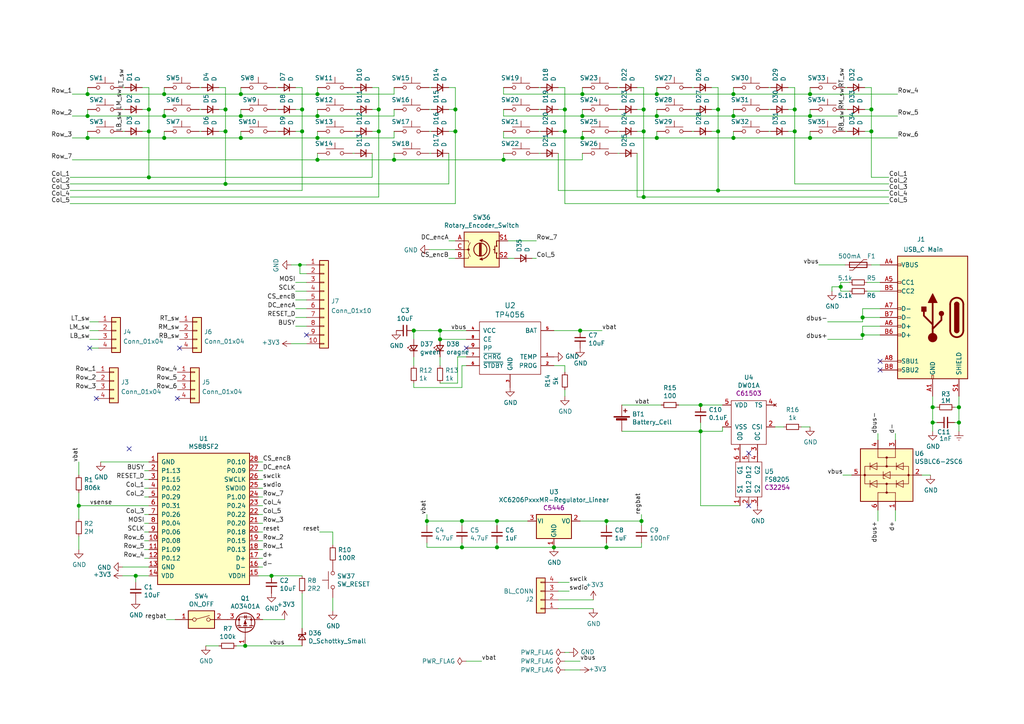
<source format=kicad_sch>
(kicad_sch (version 20210621) (generator eeschema)
  (paper "A4")
  (title_block (title "3W6Uni") (date "2021-03-18") (rev "v1.0") (comment 1 "Licensed under CERN-OHL-P v2") (comment 2 "(c) weteor") (comment 3 "2021"))
  (junction (at 22.86 146.685) (diameter 1.016))
  (junction (at 25.4 27.305) (diameter 1.016))
  (junction (at 25.4 33.655) (diameter 1.016))
  (junction (at 25.4 40.005) (diameter 1.016))
  (junction (at 39.37 167.005) (diameter 1.016))
  (junction (at 43.18 31.75) (diameter 1.016))
  (junction (at 43.18 38.1) (diameter 1.016))
  (junction (at 43.18 51.435) (diameter 1.016))
  (junction (at 47.625 27.305) (diameter 1.016))
  (junction (at 47.625 33.655) (diameter 1.016))
  (junction (at 47.625 40.005) (diameter 1.016))
  (junction (at 65.405 31.75) (diameter 1.016))
  (junction (at 65.405 38.1) (diameter 1.016))
  (junction (at 65.405 53.34) (diameter 1.016))
  (junction (at 69.85 27.305) (diameter 1.016))
  (junction (at 69.85 33.655) (diameter 1.016))
  (junction (at 69.85 40.005) (diameter 1.016))
  (junction (at 71.12 187.325) (diameter 1.016))
  (junction (at 78.74 167.005) (diameter 1.016))
  (junction (at 86.995 76.835))
  (junction (at 87.63 31.75) (diameter 1.016))
  (junction (at 87.63 38.1) (diameter 1.016))
  (junction (at 92.075 27.305) (diameter 1.016))
  (junction (at 92.075 33.655) (diameter 1.016))
  (junction (at 92.075 40.005) (diameter 1.016))
  (junction (at 92.075 46.355) (diameter 1.016))
  (junction (at 109.855 31.75) (diameter 1.016))
  (junction (at 109.855 38.1) (diameter 1.016))
  (junction (at 114.3 46.355) (diameter 1.016))
  (junction (at 120.015 95.885) (diameter 1.016))
  (junction (at 123.825 151.13) (diameter 1.016))
  (junction (at 127.635 95.885) (diameter 1.016))
  (junction (at 127.635 98.425) (diameter 1.016))
  (junction (at 132.08 31.75) (diameter 1.016))
  (junction (at 132.08 38.1) (diameter 1.016))
  (junction (at 133.985 151.13) (diameter 1.016))
  (junction (at 133.985 158.75) (diameter 1.016))
  (junction (at 144.145 151.13) (diameter 1.016))
  (junction (at 144.145 158.75) (diameter 1.016))
  (junction (at 146.05 46.355) (diameter 1.016))
  (junction (at 160.655 158.75) (diameter 1.016))
  (junction (at 163.83 31.75) (diameter 1.016))
  (junction (at 163.83 38.1) (diameter 1.016))
  (junction (at 168.275 95.885) (diameter 1.016))
  (junction (at 168.91 27.305) (diameter 1.016))
  (junction (at 168.91 33.655) (diameter 1.016))
  (junction (at 168.91 40.005) (diameter 1.016))
  (junction (at 175.895 151.13) (diameter 1.016))
  (junction (at 175.895 158.75) (diameter 1.016))
  (junction (at 186.055 151.13) (diameter 1.016))
  (junction (at 186.69 31.75) (diameter 1.016))
  (junction (at 186.69 38.1) (diameter 1.016))
  (junction (at 186.69 57.15) (diameter 1.016))
  (junction (at 190.5 27.305) (diameter 1.016))
  (junction (at 190.5 33.655) (diameter 1.016))
  (junction (at 190.5 40.005) (diameter 1.016))
  (junction (at 203.2 117.475) (diameter 1.016))
  (junction (at 203.2 125.095) (diameter 1.016))
  (junction (at 208.28 31.75) (diameter 1.016))
  (junction (at 208.28 38.1) (diameter 1.016))
  (junction (at 208.28 55.245) (diameter 1.016))
  (junction (at 212.725 27.305) (diameter 1.016))
  (junction (at 212.725 33.655) (diameter 1.016))
  (junction (at 212.725 40.005) (diameter 1.016))
  (junction (at 230.505 31.75) (diameter 1.016))
  (junction (at 230.505 38.1) (diameter 1.016))
  (junction (at 234.95 27.305) (diameter 1.016))
  (junction (at 234.95 33.655) (diameter 1.016))
  (junction (at 234.95 40.005) (diameter 1.016))
  (junction (at 243.84 83.185) (diameter 1.016))
  (junction (at 250.19 92.075) (diameter 1.016))
  (junction (at 250.19 97.155) (diameter 1.016))
  (junction (at 252.73 31.75) (diameter 1.016))
  (junction (at 252.73 38.1) (diameter 1.016))
  (junction (at 270.51 118.11) (diameter 1.016))
  (junction (at 270.51 122.555) (diameter 1.016))
  (junction (at 278.13 118.11) (diameter 1.016))
  (junction (at 278.13 122.555) (diameter 1.016))
  (no_connect (at 26.035 100.965))
  (no_connect (at 27.94 115.57))
  (no_connect (at 37.465 130.175))
  (no_connect (at 51.435 115.57))
  (no_connect (at 52.07 100.965))
  (no_connect (at 88.9 97.155))
  (no_connect (at 135.255 100.965))
  (no_connect (at 217.17 131.445))
  (no_connect (at 217.17 146.685))
  (no_connect (at 255.27 104.775))
  (no_connect (at 255.27 107.315))
  (wire (pts (xy 20.32 51.435) (xy 43.18 51.435)))
  (wire (pts (xy 20.32 53.34) (xy 65.405 53.34)))
  (wire (pts (xy 20.32 55.245) (xy 87.63 55.245)))
  (wire (pts (xy 20.32 57.15) (xy 109.855 57.15)))
  (wire (pts (xy 20.32 59.055) (xy 132.08 59.055)))
  (wire (pts (xy 20.955 27.305) (xy 25.4 27.305)))
  (wire (pts (xy 20.955 33.655) (xy 25.4 33.655)))
  (wire (pts (xy 20.955 40.005) (xy 25.4 40.005)))
  (wire (pts (xy 20.955 46.355) (xy 92.075 46.355)))
  (wire (pts (xy 22.86 133.985) (xy 22.86 137.795)))
  (wire (pts (xy 22.86 142.875) (xy 22.86 146.685)))
  (wire (pts (xy 22.86 146.685) (xy 43.18 146.685)))
  (wire (pts (xy 22.86 150.495) (xy 22.86 146.685)))
  (wire (pts (xy 22.86 159.385) (xy 22.86 155.575)))
  (wire (pts (xy 25.4 25.4) (xy 25.4 27.305)))
  (wire (pts (xy 25.4 27.305) (xy 47.625 27.305)))
  (wire (pts (xy 25.4 33.655) (xy 25.4 31.75)))
  (wire (pts (xy 25.4 33.655) (xy 47.625 33.655)))
  (wire (pts (xy 25.4 38.1) (xy 25.4 40.005)))
  (wire (pts (xy 25.4 40.005) (xy 47.625 40.005)))
  (wire (pts (xy 26.035 93.345) (xy 28.575 93.345)))
  (wire (pts (xy 26.035 95.885) (xy 28.575 95.885)))
  (wire (pts (xy 26.035 98.425) (xy 28.575 98.425)))
  (wire (pts (xy 26.035 100.965) (xy 28.575 100.965)))
  (wire (pts (xy 29.21 133.985) (xy 43.18 133.985)))
  (wire (pts (xy 35.56 25.4) (xy 36.195 25.4)))
  (wire (pts (xy 35.56 31.75) (xy 36.195 31.75)))
  (wire (pts (xy 35.56 38.1) (xy 36.195 38.1)))
  (wire (pts (xy 35.56 164.465) (xy 43.18 164.465)))
  (wire (pts (xy 35.56 167.005) (xy 39.37 167.005)))
  (wire (pts (xy 39.37 167.005) (xy 43.18 167.005)))
  (wire (pts (xy 39.37 168.91) (xy 39.37 167.005)))
  (wire (pts (xy 41.275 25.4) (xy 43.18 25.4)))
  (wire (pts (xy 41.275 31.75) (xy 43.18 31.75)))
  (wire (pts (xy 41.275 38.1) (xy 43.18 38.1)))
  (wire (pts (xy 41.91 136.525) (xy 43.18 136.525)))
  (wire (pts (xy 41.91 139.065) (xy 43.18 139.065)))
  (wire (pts (xy 41.91 141.605) (xy 43.18 141.605)))
  (wire (pts (xy 41.91 144.145) (xy 43.18 144.145)))
  (wire (pts (xy 41.91 149.225) (xy 43.18 149.225)))
  (wire (pts (xy 41.91 151.765) (xy 43.18 151.765)))
  (wire (pts (xy 41.91 154.305) (xy 43.18 154.305)))
  (wire (pts (xy 41.91 156.845) (xy 43.18 156.845)))
  (wire (pts (xy 41.91 159.385) (xy 43.18 159.385)))
  (wire (pts (xy 41.91 161.925) (xy 43.18 161.925)))
  (wire (pts (xy 43.18 25.4) (xy 43.18 31.75)))
  (wire (pts (xy 43.18 31.75) (xy 43.18 38.1)))
  (wire (pts (xy 43.18 38.1) (xy 43.18 51.435)))
  (wire (pts (xy 47.625 25.4) (xy 47.625 27.305)))
  (wire (pts (xy 47.625 27.305) (xy 69.85 27.305)))
  (wire (pts (xy 47.625 33.655) (xy 47.625 31.75)))
  (wire (pts (xy 47.625 33.655) (xy 69.85 33.655)))
  (wire (pts (xy 47.625 40.005) (xy 47.625 38.1)))
  (wire (pts (xy 47.625 40.005) (xy 69.85 40.005)))
  (wire (pts (xy 48.26 179.705) (xy 50.8 179.705)))
  (wire (pts (xy 57.785 25.4) (xy 58.42 25.4)))
  (wire (pts (xy 57.785 31.75) (xy 58.42 31.75)))
  (wire (pts (xy 57.785 38.1) (xy 58.42 38.1)))
  (wire (pts (xy 59.69 187.325) (xy 63.5 187.325)))
  (wire (pts (xy 63.5 25.4) (xy 65.405 25.4)))
  (wire (pts (xy 63.5 31.75) (xy 65.405 31.75)))
  (wire (pts (xy 63.5 38.1) (xy 65.405 38.1)))
  (wire (pts (xy 65.405 25.4) (xy 65.405 31.75)))
  (wire (pts (xy 65.405 31.75) (xy 65.405 38.1)))
  (wire (pts (xy 65.405 38.1) (xy 65.405 53.34)))
  (wire (pts (xy 68.58 187.325) (xy 71.12 187.325)))
  (wire (pts (xy 69.85 27.305) (xy 69.85 25.4)))
  (wire (pts (xy 69.85 27.305) (xy 92.075 27.305)))
  (wire (pts (xy 69.85 33.655) (xy 69.85 31.75)))
  (wire (pts (xy 69.85 33.655) (xy 92.075 33.655)))
  (wire (pts (xy 69.85 40.005) (xy 69.85 38.1)))
  (wire (pts (xy 69.85 40.005) (xy 92.075 40.005)))
  (wire (pts (xy 71.12 187.325) (xy 87.63 187.325)))
  (wire (pts (xy 74.93 133.985) (xy 76.2 133.985)))
  (wire (pts (xy 74.93 136.525) (xy 76.2 136.525)))
  (wire (pts (xy 74.93 139.065) (xy 76.2 139.065)))
  (wire (pts (xy 74.93 141.605) (xy 76.2 141.605)))
  (wire (pts (xy 74.93 144.145) (xy 76.2 144.145)))
  (wire (pts (xy 74.93 146.685) (xy 76.2 146.685)))
  (wire (pts (xy 74.93 149.225) (xy 76.2 149.225)))
  (wire (pts (xy 74.93 151.765) (xy 76.2 151.765)))
  (wire (pts (xy 74.93 154.305) (xy 76.2 154.305)))
  (wire (pts (xy 74.93 156.845) (xy 76.2 156.845)))
  (wire (pts (xy 74.93 159.385) (xy 76.2 159.385)))
  (wire (pts (xy 74.93 161.925) (xy 76.2 161.925)))
  (wire (pts (xy 74.93 164.465) (xy 76.2 164.465)))
  (wire (pts (xy 74.93 167.005) (xy 78.74 167.005)))
  (wire (pts (xy 76.2 179.705) (xy 82.55 179.705)))
  (wire (pts (xy 78.74 167.005) (xy 87.63 167.005)))
  (wire (pts (xy 80.01 31.75) (xy 80.645 31.75)))
  (wire (pts (xy 80.01 38.1) (xy 80.645 38.1)))
  (wire (pts (xy 80.645 25.4) (xy 80.01 25.4)))
  (wire (pts (xy 84.455 76.835) (xy 86.995 76.835)))
  (wire (pts (xy 84.455 99.695) (xy 88.9 99.695)))
  (wire (pts (xy 85.725 25.4) (xy 87.63 25.4)))
  (wire (pts (xy 85.725 31.75) (xy 87.63 31.75)))
  (wire (pts (xy 85.725 38.1) (xy 87.63 38.1)))
  (wire (pts (xy 85.725 81.915) (xy 88.9 81.915)))
  (wire (pts (xy 85.725 84.455) (xy 88.9 84.455)))
  (wire (pts (xy 85.725 86.995) (xy 88.9 86.995)))
  (wire (pts (xy 85.725 89.535) (xy 88.9 89.535)))
  (wire (pts (xy 85.725 92.075) (xy 88.9 92.075)))
  (wire (pts (xy 85.725 94.615) (xy 88.9 94.615)))
  (wire (pts (xy 86.995 76.835) (xy 88.9 76.835)))
  (wire (pts (xy 86.995 79.375) (xy 86.995 76.835)))
  (wire (pts (xy 87.63 25.4) (xy 87.63 31.75)))
  (wire (pts (xy 87.63 31.75) (xy 87.63 38.1)))
  (wire (pts (xy 87.63 38.1) (xy 87.63 55.245)))
  (wire (pts (xy 87.63 172.085) (xy 87.63 182.245)))
  (wire (pts (xy 88.9 79.375) (xy 86.995 79.375)))
  (wire (pts (xy 92.075 27.305) (xy 92.075 25.4)))
  (wire (pts (xy 92.075 27.305) (xy 114.3 27.305)))
  (wire (pts (xy 92.075 33.655) (xy 92.075 31.75)))
  (wire (pts (xy 92.075 33.655) (xy 114.3 33.655)))
  (wire (pts (xy 92.075 40.005) (xy 92.075 38.1)))
  (wire (pts (xy 92.075 40.005) (xy 114.3 40.005)))
  (wire (pts (xy 92.075 46.355) (xy 92.075 44.45)))
  (wire (pts (xy 92.075 46.355) (xy 114.3 46.355)))
  (wire (pts (xy 92.71 154.305) (xy 96.52 154.305)))
  (wire (pts (xy 96.52 154.305) (xy 96.52 158.115)))
  (wire (pts (xy 96.52 173.355) (xy 96.52 177.165)))
  (wire (pts (xy 102.235 31.75) (xy 102.87 31.75)))
  (wire (pts (xy 102.235 38.1) (xy 102.87 38.1)))
  (wire (pts (xy 102.235 44.45) (xy 102.87 44.45)))
  (wire (pts (xy 102.87 25.4) (xy 102.235 25.4)))
  (wire (pts (xy 107.95 25.4) (xy 109.855 25.4)))
  (wire (pts (xy 107.95 31.75) (xy 109.855 31.75)))
  (wire (pts (xy 107.95 38.1) (xy 109.855 38.1)))
  (wire (pts (xy 107.95 44.45) (xy 107.95 51.435)))
  (wire (pts (xy 107.95 51.435) (xy 43.18 51.435)))
  (wire (pts (xy 109.855 25.4) (xy 109.855 31.75)))
  (wire (pts (xy 109.855 31.75) (xy 109.855 38.1)))
  (wire (pts (xy 109.855 38.1) (xy 109.855 57.15)))
  (wire (pts (xy 114.3 27.305) (xy 114.3 25.4)))
  (wire (pts (xy 114.3 33.655) (xy 114.3 31.75)))
  (wire (pts (xy 114.3 40.005) (xy 114.3 38.1)))
  (wire (pts (xy 114.3 44.45) (xy 114.3 46.355)))
  (wire (pts (xy 114.3 46.355) (xy 146.05 46.355)))
  (wire (pts (xy 120.015 95.885) (xy 120.015 98.425)))
  (wire (pts (xy 120.015 95.885) (xy 127.635 95.885)))
  (wire (pts (xy 120.015 103.505) (xy 120.015 106.045)))
  (wire (pts (xy 120.015 111.125) (xy 120.015 112.395)))
  (wire (pts (xy 120.015 112.395) (xy 133.985 112.395)))
  (wire (pts (xy 123.825 149.225) (xy 123.825 151.13)))
  (wire (pts (xy 123.825 151.13) (xy 123.825 152.4)))
  (wire (pts (xy 123.825 157.48) (xy 123.825 158.75)))
  (wire (pts (xy 123.825 158.75) (xy 133.985 158.75)))
  (wire (pts (xy 124.46 38.1) (xy 125.095 38.1)))
  (wire (pts (xy 124.46 44.45) (xy 125.095 44.45)))
  (wire (pts (xy 125.095 25.4) (xy 124.46 25.4)))
  (wire (pts (xy 125.095 31.75) (xy 124.46 31.75)))
  (wire (pts (xy 127.635 95.885) (xy 127.635 98.425)))
  (wire (pts (xy 127.635 95.885) (xy 135.255 95.885)))
  (wire (pts (xy 127.635 103.505) (xy 127.635 106.045)))
  (wire (pts (xy 127.635 111.125) (xy 132.715 111.125)))
  (wire (pts (xy 130.175 25.4) (xy 132.08 25.4)))
  (wire (pts (xy 130.175 31.75) (xy 132.08 31.75)))
  (wire (pts (xy 130.175 38.1) (xy 132.08 38.1)))
  (wire (pts (xy 130.175 44.45) (xy 130.175 53.34)))
  (wire (pts (xy 130.175 53.34) (xy 65.405 53.34)))
  (wire (pts (xy 132.08 25.4) (xy 132.08 31.75)))
  (wire (pts (xy 132.08 31.75) (xy 132.08 38.1)))
  (wire (pts (xy 132.08 38.1) (xy 132.08 59.055)))
  (wire (pts (xy 132.08 69.85) (xy 130.175 69.85)))
  (wire (pts (xy 132.08 72.39) (xy 124.46 72.39)))
  (wire (pts (xy 132.08 74.93) (xy 130.175 74.93)))
  (wire (pts (xy 132.715 103.505) (xy 135.255 103.505)))
  (wire (pts (xy 132.715 111.125) (xy 132.715 103.505)))
  (wire (pts (xy 133.985 106.045) (xy 135.255 106.045)))
  (wire (pts (xy 133.985 112.395) (xy 133.985 106.045)))
  (wire (pts (xy 133.985 151.13) (xy 123.825 151.13)))
  (wire (pts (xy 133.985 151.13) (xy 144.145 151.13)))
  (wire (pts (xy 133.985 152.4) (xy 133.985 151.13)))
  (wire (pts (xy 133.985 157.48) (xy 133.985 158.75)))
  (wire (pts (xy 133.985 158.75) (xy 144.145 158.75)))
  (wire (pts (xy 135.255 98.425) (xy 127.635 98.425)))
  (wire (pts (xy 135.255 191.77) (xy 139.7 191.77)))
  (wire (pts (xy 144.145 151.13) (xy 153.035 151.13)))
  (wire (pts (xy 144.145 152.4) (xy 144.145 151.13)))
  (wire (pts (xy 144.145 157.48) (xy 144.145 158.75)))
  (wire (pts (xy 144.145 158.75) (xy 160.655 158.75)))
  (wire (pts (xy 146.05 27.305) (xy 146.05 25.4)))
  (wire (pts (xy 146.05 33.655) (xy 146.05 31.75)))
  (wire (pts (xy 146.05 40.005) (xy 146.05 38.1)))
  (wire (pts (xy 146.05 46.355) (xy 146.05 44.45)))
  (wire (pts (xy 146.05 46.355) (xy 168.91 46.355)))
  (wire (pts (xy 147.32 69.85) (xy 155.575 69.85)))
  (wire (pts (xy 147.32 74.93) (xy 149.225 74.93)))
  (wire (pts (xy 154.305 74.93) (xy 155.575 74.93)))
  (wire (pts (xy 156.21 25.4) (xy 156.845 25.4)))
  (wire (pts (xy 156.21 31.75) (xy 156.845 31.75)))
  (wire (pts (xy 156.21 38.1) (xy 156.845 38.1)))
  (wire (pts (xy 156.845 44.45) (xy 156.21 44.45)))
  (wire (pts (xy 160.655 95.885) (xy 168.275 95.885)))
  (wire (pts (xy 160.655 106.045) (xy 163.83 106.045)))
  (wire (pts (xy 161.925 25.4) (xy 163.83 25.4)))
  (wire (pts (xy 161.925 31.75) (xy 163.83 31.75)))
  (wire (pts (xy 161.925 38.1) (xy 163.83 38.1)))
  (wire (pts (xy 161.925 44.45) (xy 161.925 55.245)))
  (wire (pts (xy 161.925 55.245) (xy 208.28 55.245)))
  (wire (pts (xy 161.925 168.91) (xy 165.1 168.91)))
  (wire (pts (xy 161.925 171.45) (xy 165.1 171.45)))
  (wire (pts (xy 161.925 173.99) (xy 172.085 173.99)))
  (wire (pts (xy 161.925 176.53) (xy 172.085 176.53)))
  (wire (pts (xy 163.83 25.4) (xy 163.83 31.75)))
  (wire (pts (xy 163.83 31.75) (xy 163.83 38.1)))
  (wire (pts (xy 163.83 38.1) (xy 163.83 59.055)))
  (wire (pts (xy 163.83 59.055) (xy 257.81 59.055)))
  (wire (pts (xy 163.83 106.045) (xy 163.83 107.95)))
  (wire (pts (xy 163.83 113.03) (xy 163.83 114.935)))
  (wire (pts (xy 163.83 189.23) (xy 165.1 189.23)))
  (wire (pts (xy 163.83 191.77) (xy 168.275 191.77)))
  (wire (pts (xy 163.83 194.31) (xy 168.275 194.31)))
  (wire (pts (xy 168.275 95.885) (xy 174.625 95.885)))
  (wire (pts (xy 168.275 151.13) (xy 175.895 151.13)))
  (wire (pts (xy 168.91 27.305) (xy 146.05 27.305)))
  (wire (pts (xy 168.91 27.305) (xy 168.91 25.4)))
  (wire (pts (xy 168.91 33.655) (xy 146.05 33.655)))
  (wire (pts (xy 168.91 33.655) (xy 168.91 31.75)))
  (wire (pts (xy 168.91 40.005) (xy 146.05 40.005)))
  (wire (pts (xy 168.91 40.005) (xy 168.91 38.1)))
  (wire (pts (xy 168.91 46.355) (xy 168.91 44.45)))
  (wire (pts (xy 175.895 151.13) (xy 186.055 151.13)))
  (wire (pts (xy 175.895 152.4) (xy 175.895 151.13)))
  (wire (pts (xy 175.895 157.48) (xy 175.895 158.75)))
  (wire (pts (xy 175.895 158.75) (xy 160.655 158.75)))
  (wire (pts (xy 175.895 158.75) (xy 186.055 158.75)))
  (wire (pts (xy 179.07 31.75) (xy 179.705 31.75)))
  (wire (pts (xy 179.07 38.1) (xy 179.705 38.1)))
  (wire (pts (xy 179.07 44.45) (xy 179.705 44.45)))
  (wire (pts (xy 179.705 25.4) (xy 179.07 25.4)))
  (wire (pts (xy 180.34 117.475) (xy 191.77 117.475)))
  (wire (pts (xy 180.34 125.095) (xy 203.2 125.095)))
  (wire (pts (xy 184.785 25.4) (xy 186.69 25.4)))
  (wire (pts (xy 184.785 31.75) (xy 186.69 31.75)))
  (wire (pts (xy 184.785 38.1) (xy 186.69 38.1)))
  (wire (pts (xy 184.785 44.45) (xy 184.785 57.15)))
  (wire (pts (xy 184.785 57.15) (xy 186.69 57.15)))
  (wire (pts (xy 186.055 149.225) (xy 186.055 151.13)))
  (wire (pts (xy 186.055 151.13) (xy 186.055 152.4)))
  (wire (pts (xy 186.055 158.75) (xy 186.055 157.48)))
  (wire (pts (xy 186.69 25.4) (xy 186.69 31.75)))
  (wire (pts (xy 186.69 31.75) (xy 186.69 38.1)))
  (wire (pts (xy 186.69 38.1) (xy 186.69 57.15)))
  (wire (pts (xy 186.69 57.15) (xy 257.81 57.15)))
  (wire (pts (xy 190.5 27.305) (xy 168.91 27.305)))
  (wire (pts (xy 190.5 27.305) (xy 190.5 25.4)))
  (wire (pts (xy 190.5 33.655) (xy 168.91 33.655)))
  (wire (pts (xy 190.5 33.655) (xy 190.5 31.75)))
  (wire (pts (xy 190.5 40.005) (xy 168.91 40.005)))
  (wire (pts (xy 190.5 40.005) (xy 190.5 38.1)))
  (wire (pts (xy 196.85 117.475) (xy 203.2 117.475)))
  (wire (pts (xy 200.66 31.75) (xy 201.295 31.75)))
  (wire (pts (xy 200.66 38.1) (xy 201.295 38.1)))
  (wire (pts (xy 201.295 25.4) (xy 200.66 25.4)))
  (wire (pts (xy 203.2 117.475) (xy 209.55 117.475)))
  (wire (pts (xy 203.2 122.555) (xy 203.2 125.095)))
  (wire (pts (xy 203.2 125.095) (xy 203.2 146.685)))
  (wire (pts (xy 203.2 125.095) (xy 209.55 125.095)))
  (wire (pts (xy 203.2 146.685) (xy 214.63 146.685)))
  (wire (pts (xy 206.375 25.4) (xy 208.28 25.4)))
  (wire (pts (xy 206.375 31.75) (xy 208.28 31.75)))
  (wire (pts (xy 206.375 38.1) (xy 208.28 38.1)))
  (wire (pts (xy 208.28 25.4) (xy 208.28 31.75)))
  (wire (pts (xy 208.28 31.75) (xy 208.28 38.1)))
  (wire (pts (xy 208.28 38.1) (xy 208.28 55.245)))
  (wire (pts (xy 208.28 55.245) (xy 257.81 55.245)))
  (wire (pts (xy 209.55 125.095) (xy 209.55 123.825)))
  (wire (pts (xy 212.725 27.305) (xy 190.5 27.305)))
  (wire (pts (xy 212.725 27.305) (xy 212.725 25.4)))
  (wire (pts (xy 212.725 33.655) (xy 190.5 33.655)))
  (wire (pts (xy 212.725 33.655) (xy 212.725 31.75)))
  (wire (pts (xy 212.725 40.005) (xy 190.5 40.005)))
  (wire (pts (xy 212.725 40.005) (xy 212.725 38.1)))
  (wire (pts (xy 222.885 31.75) (xy 223.52 31.75)))
  (wire (pts (xy 222.885 38.1) (xy 223.52 38.1)))
  (wire (pts (xy 223.52 25.4) (xy 222.885 25.4)))
  (wire (pts (xy 224.79 123.825) (xy 227.33 123.825)))
  (wire (pts (xy 228.6 25.4) (xy 230.505 25.4)))
  (wire (pts (xy 228.6 31.75) (xy 230.505 31.75)))
  (wire (pts (xy 228.6 38.1) (xy 230.505 38.1)))
  (wire (pts (xy 230.505 25.4) (xy 230.505 31.75)))
  (wire (pts (xy 230.505 31.75) (xy 230.505 38.1)))
  (wire (pts (xy 230.505 38.1) (xy 230.505 53.34)))
  (wire (pts (xy 230.505 53.34) (xy 257.81 53.34)))
  (wire (pts (xy 232.41 123.825) (xy 234.95 123.825)))
  (wire (pts (xy 234.95 27.305) (xy 212.725 27.305)))
  (wire (pts (xy 234.95 27.305) (xy 234.95 25.4)))
  (wire (pts (xy 234.95 33.655) (xy 212.725 33.655)))
  (wire (pts (xy 234.95 33.655) (xy 234.95 31.75)))
  (wire (pts (xy 234.95 40.005) (xy 212.725 40.005)))
  (wire (pts (xy 234.95 40.005) (xy 234.95 38.1)))
  (wire (pts (xy 240.03 93.345) (xy 250.19 93.345)))
  (wire (pts (xy 240.03 98.425) (xy 250.19 98.425)))
  (wire (pts (xy 241.3 83.185) (xy 241.3 84.455)))
  (wire (pts (xy 243.84 81.915) (xy 243.84 83.185)))
  (wire (pts (xy 243.84 83.185) (xy 241.3 83.185)))
  (wire (pts (xy 243.84 83.185) (xy 243.84 84.455)))
  (wire (pts (xy 243.84 84.455) (xy 246.38 84.455)))
  (wire (pts (xy 244.475 137.795) (xy 247.015 137.795)))
  (wire (pts (xy 245.11 31.75) (xy 245.745 31.75)))
  (wire (pts (xy 245.11 38.1) (xy 245.745 38.1)))
  (wire (pts (xy 245.11 76.835) (xy 237.49 76.835)))
  (wire (pts (xy 245.745 25.4) (xy 245.11 25.4)))
  (wire (pts (xy 246.38 81.915) (xy 243.84 81.915)))
  (wire (pts (xy 250.19 89.535) (xy 250.19 92.075)))
  (wire (pts (xy 250.19 92.075) (xy 250.19 93.345)))
  (wire (pts (xy 250.19 92.075) (xy 255.27 92.075)))
  (wire (pts (xy 250.19 94.615) (xy 250.19 97.155)))
  (wire (pts (xy 250.19 97.155) (xy 250.19 98.425)))
  (wire (pts (xy 250.19 97.155) (xy 255.27 97.155)))
  (wire (pts (xy 250.825 25.4) (xy 252.73 25.4)))
  (wire (pts (xy 250.825 31.75) (xy 252.73 31.75)))
  (wire (pts (xy 250.825 38.1) (xy 252.73 38.1)))
  (wire (pts (xy 251.46 84.455) (xy 255.27 84.455)))
  (wire (pts (xy 252.73 25.4) (xy 252.73 31.75)))
  (wire (pts (xy 252.73 31.75) (xy 252.73 38.1)))
  (wire (pts (xy 252.73 38.1) (xy 252.73 51.435)))
  (wire (pts (xy 252.73 51.435) (xy 257.81 51.435)))
  (wire (pts (xy 252.73 76.835) (xy 255.27 76.835)))
  (wire (pts (xy 254.635 125.73) (xy 254.635 127.635)))
  (wire (pts (xy 254.635 147.955) (xy 254.635 151.13)))
  (wire (pts (xy 255.27 81.915) (xy 251.46 81.915)))
  (wire (pts (xy 255.27 89.535) (xy 250.19 89.535)))
  (wire (pts (xy 255.27 94.615) (xy 250.19 94.615)))
  (wire (pts (xy 259.715 125.73) (xy 259.715 127.635)))
  (wire (pts (xy 259.715 147.955) (xy 259.715 151.13)))
  (wire (pts (xy 260.35 27.305) (xy 234.95 27.305)))
  (wire (pts (xy 260.35 33.655) (xy 234.95 33.655)))
  (wire (pts (xy 260.35 40.005) (xy 234.95 40.005)))
  (wire (pts (xy 267.335 137.795) (xy 269.875 137.795)))
  (wire (pts (xy 270.51 118.11) (xy 270.51 114.935)))
  (wire (pts (xy 270.51 118.11) (xy 270.51 122.555)))
  (wire (pts (xy 270.51 122.555) (xy 270.51 125.095)))
  (wire (pts (xy 270.51 122.555) (xy 271.78 122.555)))
  (wire (pts (xy 271.78 118.11) (xy 270.51 118.11)))
  (wire (pts (xy 278.13 114.935) (xy 278.13 118.11)))
  (wire (pts (xy 278.13 118.11) (xy 276.86 118.11)))
  (wire (pts (xy 278.13 118.11) (xy 278.13 122.555)))
  (wire (pts (xy 278.13 122.555) (xy 276.86 122.555)))
  (wire (pts (xy 278.13 122.555) (xy 278.13 125.095)))
  (label "Col_1" (at 20.32 51.435 180))
  (label "Col_2" (at 20.32 53.34 180))
  (label "Col_3" (at 20.32 55.245 180))
  (label "Col_4" (at 20.32 57.15 180))
  (label "Col_5" (at 20.32 59.055 180))
  (label "Row_1" (at 20.955 27.305 180))
  (label "Row_2" (at 20.955 33.655 180))
  (label "Row_3" (at 20.955 40.005 180))
  (label "Row_7" (at 20.955 46.355 180))
  (label "vbat" (at 22.86 133.985 90))
  (label "LT_sw" (at 26.035 93.345 180))
  (label "LM_sw" (at 26.035 95.885 180))
  (label "LB_sw" (at 26.035 98.425 180))
  (label "vsense" (at 26.035 146.685 0))
  (label "Row_1" (at 27.94 107.95 180))
  (label "Row_2" (at 27.94 110.49 180))
  (label "Row_3" (at 27.94 113.03 180))
  (label "LM_sw" (at 35.56 31.75 90))
  (label "LB_sw" (at 35.56 38.1 90))
  (label "LT_sw" (at 36.195 25.4 90))
  (label "BUSY" (at 41.91 136.525 180))
  (label "RESET_D" (at 41.91 139.065 180))
  (label "Col_1" (at 41.91 141.605 180))
  (label "Col_2" (at 41.91 144.145 180))
  (label "Col_3" (at 41.91 149.225 180))
  (label "MOSI" (at 41.91 151.765 180))
  (label "SCLK" (at 41.91 154.305 180))
  (label "Row_6" (at 41.91 156.845 180))
  (label "Row_5" (at 41.91 159.385 180))
  (label "Row_4" (at 41.91 161.925 180))
  (label "regbat" (at 48.26 179.705 180))
  (label "Row_4" (at 51.435 107.95 180))
  (label "Row_5" (at 51.435 110.49 180))
  (label "Row_6" (at 51.435 113.03 180))
  (label "RT_sw" (at 52.07 93.345 180))
  (label "RM_sw" (at 52.07 95.885 180))
  (label "RB_sw" (at 52.07 98.425 180))
  (label "CS_encB" (at 76.2 133.985 0))
  (label "DC_encA" (at 76.2 136.525 0))
  (label "swclk" (at 76.2 139.065 0))
  (label "swdio" (at 76.2 141.605 0))
  (label "Row_7" (at 76.2 144.145 0))
  (label "Col_4" (at 76.2 146.685 0))
  (label "Col_5" (at 76.2 149.225 0))
  (label "Row_3" (at 76.2 151.765 0))
  (label "reset" (at 76.2 154.305 0))
  (label "Row_2" (at 76.2 156.845 0))
  (label "Row_1" (at 76.2 159.385 0))
  (label "d+" (at 76.2 161.925 0))
  (label "d-" (at 76.2 164.465 0))
  (label "vbus" (at 78.105 187.325 0))
  (label "MOSI" (at 85.725 81.915 180))
  (label "SCLK" (at 85.725 84.455 180))
  (label "CS_encB" (at 85.725 86.995 180))
  (label "DC_encA" (at 85.725 89.535 180))
  (label "RESET_D" (at 85.725 92.075 180))
  (label "BUSY" (at 85.725 94.615 180))
  (label "reset" (at 92.71 154.305 180))
  (label "vbat" (at 123.825 149.225 90))
  (label "DC_encA" (at 130.175 69.85 180))
  (label "CS_encB" (at 130.175 74.93 180))
  (label "vbus" (at 130.81 95.885 0))
  (label "vbat" (at 139.7 191.77 0))
  (label "Row_7" (at 155.575 69.85 0))
  (label "Col_5" (at 155.575 74.93 0))
  (label "swclk" (at 165.1 168.91 0))
  (label "swdio" (at 165.1 171.45 0))
  (label "vbus" (at 168.275 191.77 0))
  (label "vbat" (at 174.625 95.885 0))
  (label "vbat" (at 184.15 117.475 0))
  (label "regbat" (at 186.055 149.225 90))
  (label "vbus" (at 237.49 76.835 180))
  (label "dbus-" (at 240.03 93.345 180))
  (label "dbus+" (at 240.03 98.425 180))
  (label "vbus" (at 244.475 137.795 180))
  (label "RT_sw" (at 245.11 25.4 90))
  (label "RM_sw" (at 245.11 31.75 90))
  (label "RB_sw" (at 245.11 38.1 90))
  (label "dbus-" (at 254.635 125.73 90))
  (label "dbus+" (at 254.635 151.13 270))
  (label "Col_1" (at 257.81 51.435 0))
  (label "Col_2" (at 257.81 53.34 0))
  (label "Col_3" (at 257.81 55.245 0))
  (label "Col_4" (at 257.81 57.15 0))
  (label "Col_5" (at 257.81 59.055 0))
  (label "d-" (at 259.715 125.73 90))
  (label "d+" (at 259.715 151.13 270))
  (label "Row_4" (at 260.35 27.305 0))
  (label "Row_5" (at 260.35 33.655 0))
  (label "Row_6" (at 260.35 40.005 0))
  (symbol (lib_id "power:+3V3") (at 35.56 167.005 90) (unit 1)
    (property "Reference" "#PWR04" (effects hide))
    (property "Value" "+3V3" (at 32.3088 166.624 90) (effects (justify left)))
  )
  (symbol (lib_id "power:+3V3") (at 82.55 179.705 0) (unit 1)
    (property "Reference" "#PWR08" (effects hide))
    (property "Value" "+3V3" (at 82.931 175.3108 0))
  )
  (symbol (lib_id "power:+3V3") (at 84.455 99.695 90) (unit 1)
    (property "Reference" "#PWR0103" (effects hide))
    (property "Value" "+3V3" (at 81.2038 99.314 90) (effects (justify left)))
  )
  (symbol (lib_id "power:+3V3") (at 168.275 194.31 270) (unit 1)
    (property "Reference" "#PWR0101" (effects hide))
    (property "Value" "+3V3" (at 173.3042 194.056 90))
  )
  (symbol (lib_id "power:+3V3") (at 172.085 173.99 0) (unit 1)
    (property "Reference" "#PWR025" (effects hide))
    (property "Value" "+3V3" (at 172.466 169.5958 0))
  )
  (symbol (lib_id "power:PWR_FLAG") (at 135.255 191.77 90) (unit 1)
    (property "Reference" "#FLG0102" (effects hide))
    (property "Value" "PWR_FLAG" (at 132.0292 191.77 90) (effects (justify left)))
  )
  (symbol (lib_id "power:PWR_FLAG") (at 163.83 189.23 90) (unit 1)
    (property "Reference" "#FLG02" (effects hide))
    (property "Value" "PWR_FLAG" (at 160.6042 189.23 90) (effects (justify left)))
  )
  (symbol (lib_id "power:PWR_FLAG") (at 163.83 191.77 90) (unit 1)
    (property "Reference" "#FLG03" (effects hide))
    (property "Value" "PWR_FLAG" (at 160.6042 191.77 90) (effects (justify left)))
  )
  (symbol (lib_id "power:PWR_FLAG") (at 163.83 194.31 90) (unit 1)
    (property "Reference" "#FLG04" (effects hide))
    (property "Value" "PWR_FLAG" (at 160.6042 194.31 90) (effects (justify left)))
  )
  (symbol (lib_id "power:GND") (at 22.86 159.385 0) (unit 1)
    (property "Reference" "#PWR01" (effects hide))
    (property "Value" "GND" (at 22.987 163.7792 0))
  )
  (symbol (lib_id "power:GND") (at 29.21 133.985 0) (unit 1)
    (property "Reference" "#PWR02" (effects hide))
    (property "Value" "GND" (at 29.337 138.3792 0))
  )
  (symbol (lib_id "power:GND") (at 35.56 164.465 270) (unit 1)
    (property "Reference" "#PWR03" (effects hide))
    (property "Value" "GND" (at 32.3088 164.592 90) (effects (justify right)))
  )
  (symbol (lib_id "power:GND") (at 39.37 173.99 0) (unit 1)
    (property "Reference" "#PWR05" (effects hide))
    (property "Value" "GND" (at 39.497 178.3842 0))
  )
  (symbol (lib_id "power:GND") (at 59.69 187.325 0) (unit 1)
    (property "Reference" "#PWR06" (effects hide))
    (property "Value" "GND" (at 59.817 191.7192 0))
  )
  (symbol (lib_id "power:GND") (at 78.74 172.085 0) (unit 1)
    (property "Reference" "#PWR07" (effects hide))
    (property "Value" "GND" (at 78.867 176.4792 0))
  )
  (symbol (lib_id "power:GND") (at 84.455 76.835 270) (unit 1)
    (property "Reference" "#PWR0102" (effects hide))
    (property "Value" "GND" (at 80.0608 76.962 0))
  )
  (symbol (lib_id "power:GND") (at 96.52 177.165 0) (unit 1)
    (property "Reference" "#PWR09" (effects hide))
    (property "Value" "GND" (at 96.647 181.5592 0))
  )
  (symbol (lib_id "power:GND") (at 114.935 95.885 0) (unit 1)
    (property "Reference" "#PWR020" (effects hide))
    (property "Value" "GND" (at 115.062 100.2792 0))
  )
  (symbol (lib_id "power:GND") (at 124.46 72.39 270) (unit 1)
    (property "Reference" "#PWR018" (effects hide))
    (property "Value" "GND" (at 121.2088 72.517 90) (effects (justify right)))
  )
  (symbol (lib_id "power:GND") (at 147.955 112.395 0) (unit 1)
    (property "Reference" "#PWR021" (effects hide))
    (property "Value" "GND" (at 148.082 116.7892 0))
  )
  (symbol (lib_id "power:GND") (at 160.655 103.505 90) (unit 1)
    (property "Reference" "#PWR022" (effects hide))
    (property "Value" "GND" (at 163.9062 103.378 90) (effects (justify right)))
  )
  (symbol (lib_id "power:GND") (at 160.655 158.75 0) (unit 1)
    (property "Reference" "#PWR023" (effects hide))
    (property "Value" "GND" (at 160.782 163.1442 0))
  )
  (symbol (lib_id "power:GND") (at 163.83 114.935 0) (unit 1)
    (property "Reference" "#PWR027" (effects hide))
    (property "Value" "GND" (at 163.957 119.3292 0))
  )
  (symbol (lib_id "power:GND") (at 165.1 189.23 90) (unit 1)
    (property "Reference" "#PWR012" (effects hide))
    (property "Value" "GND" (at 168.3512 189.103 90) (effects (justify right)))
  )
  (symbol (lib_id "power:GND") (at 168.275 100.965 0) (unit 1)
    (property "Reference" "#PWR024" (effects hide))
    (property "Value" "GND" (at 168.402 105.3592 0))
  )
  (symbol (lib_id "power:GND") (at 172.085 176.53 0) (unit 1)
    (property "Reference" "#PWR026" (effects hide))
    (property "Value" "GND" (at 172.212 180.9242 0))
  )
  (symbol (lib_id "power:GND") (at 219.71 146.685 0) (unit 1)
    (property "Reference" "#PWR028" (effects hide))
    (property "Value" "GND" (at 219.837 151.0792 0))
  )
  (symbol (lib_id "power:GND") (at 234.95 123.825 0) (unit 1)
    (property "Reference" "#PWR029" (effects hide))
    (property "Value" "GND" (at 235.077 128.2192 0))
  )
  (symbol (lib_id "power:GND") (at 241.3 84.455 0) (unit 1)
    (property "Reference" "#PWR016" (effects hide))
    (property "Value" "GND" (at 241.427 88.8492 0))
  )
  (symbol (lib_id "power:GND") (at 269.875 137.795 0) (unit 1)
    (property "Reference" "#PWR030" (effects hide))
    (property "Value" "GND" (at 270.002 142.1892 0))
  )
  (symbol (lib_id "power:GND") (at 270.51 125.095 0) (unit 1)
    (property "Reference" "#PWR017" (effects hide))
    (property "Value" "GND" (at 270.637 129.4892 0))
  )
  (symbol (lib_id "power:Earth") (at 278.13 125.095 0) (unit 1)
    (property "Reference" "#PWR010" (effects hide))
    (property "Value" "Earth" (effects hide))
  )
  (symbol (lib_id "Device:R_Small") (at 22.86 140.335 0) (unit 1)
    (property "Reference" "R1" (at 24.3586 139.1666 0) (effects (justify left)))
    (property "Value" "806k" (at 24.3586 141.478 0) (effects (justify left)))
    (property "Footprint" "Resistor_SMD:R_0805_2012Metric_Pad1.20x1.40mm_HandSolder" (effects hide))
  )
  (symbol (lib_id "Device:R_Small") (at 22.86 153.035 0) (unit 1)
    (property "Reference" "R2" (at 24.3586 151.8666 0) (effects (justify left)))
    (property "Value" "2M" (at 24.3586 154.178 0) (effects (justify left)))
    (property "Footprint" "Resistor_SMD:R_0805_2012Metric_Pad1.20x1.40mm_HandSolder" (effects hide))
  )
  (symbol (lib_id "Device:R_Small") (at 66.04 187.325 270) (unit 1)
    (property "Reference" "R7" (at 66.04 182.3466 90))
    (property "Value" "100k" (at 66.04 184.658 90))
    (property "Footprint" "Resistor_SMD:R_0805_2012Metric_Pad1.20x1.40mm_HandSolder" (effects hide))
  )
  (symbol (lib_id "Device:R_Small") (at 87.63 169.545 0) (unit 1)
    (property "Reference" "R8" (at 89.1286 168.3766 0) (effects (justify left)))
    (property "Value" "2R2" (at 89.1286 170.688 0) (effects (justify left)))
    (property "Footprint" "Resistor_SMD:R_0805_2012Metric_Pad1.20x1.40mm_HandSolder" (effects hide))
  )
  (symbol (lib_id "Device:R_Small") (at 96.52 160.655 0) (unit 1)
    (property "Reference" "R10" (at 98.0186 159.4866 0) (effects (justify left)))
    (property "Value" "100R" (at 98.0186 161.798 0) (effects (justify left)))
    (property "Footprint" "Resistor_SMD:R_0805_2012Metric_Pad1.20x1.40mm_HandSolder" (effects hide))
  )
  (symbol (lib_id "Device:R_Small") (at 120.015 108.585 0) (unit 1)
    (property "Reference" "R12" (at 121.5136 107.4166 0) (effects (justify left)))
    (property "Value" "1k" (at 121.5136 109.728 0) (effects (justify left)))
    (property "Footprint" "Resistor_SMD:R_0805_2012Metric_Pad1.20x1.40mm_HandSolder" (effects hide))
  )
  (symbol (lib_id "Device:R_Small") (at 127.635 108.585 0) (unit 1)
    (property "Reference" "R13" (at 129.1336 107.4166 0) (effects (justify left)))
    (property "Value" "1k" (at 129.1336 109.728 0) (effects (justify left)))
    (property "Footprint" "Resistor_SMD:R_0805_2012Metric_Pad1.20x1.40mm_HandSolder" (effects hide))
  )
  (symbol (lib_id "Device:R_Small") (at 163.83 110.49 0) (unit 1)
    (property "Reference" "R14" (at 158.8516 110.49 90))
    (property "Value" "5k" (at 161.163 110.49 90))
    (property "Footprint" "Resistor_SMD:R_0805_2012Metric_Pad1.20x1.40mm_HandSolder" (effects hide))
  )
  (symbol (lib_id "Device:R_Small") (at 194.31 117.475 270) (unit 1)
    (property "Reference" "R15" (at 194.31 112.4966 90))
    (property "Value" "100" (at 194.31 114.808 90))
    (property "Footprint" "Resistor_SMD:R_0805_2012Metric_Pad1.20x1.40mm_HandSolder" (effects hide))
  )
  (symbol (lib_id "Device:R_Small") (at 229.87 123.825 270) (unit 1)
    (property "Reference" "R16" (at 229.87 118.8466 90))
    (property "Value" "1k" (at 229.87 121.158 90))
    (property "Footprint" "Resistor_SMD:R_0805_2012Metric_Pad1.20x1.40mm_HandSolder" (effects hide))
  )
  (symbol (lib_id "Device:R_Small") (at 248.92 81.915 270) (unit 1)
    (property "Reference" "R5" (at 252.73 80.645 90))
    (property "Value" "5.1k" (at 245.11 80.645 90))
    (property "Footprint" "Resistor_SMD:R_0805_2012Metric_Pad1.20x1.40mm_HandSolder" (effects hide))
  )
  (symbol (lib_id "Device:R_Small") (at 248.92 84.455 270) (unit 1)
    (property "Reference" "R6" (at 252.73 85.725 90))
    (property "Value" "5.1k" (at 245.11 85.725 90))
    (property "Footprint" "Resistor_SMD:R_0805_2012Metric_Pad1.20x1.40mm_HandSolder" (effects hide))
  )
  (symbol (lib_id "Device:R_Small") (at 274.32 118.11 270) (unit 1)
    (property "Reference" "R3" (at 274.32 114.3 90))
    (property "Value" "1M" (at 274.32 116.205 90))
    (property "Footprint" "Resistor_SMD:R_0805_2012Metric_Pad1.20x1.40mm_HandSolder" (effects hide))
  )
  (symbol (lib_id "Device:D_Small") (at 38.735 25.4 180) (unit 1)
    (property "Reference" "D1" (at 37.5666 23.622 90) (effects (justify right)))
    (property "Value" "D" (at 39.878 23.622 90) (effects (justify right)))
    (property "Footprint" "Weteor:D_SOD-123" (effects hide))
  )
  (symbol (lib_id "Device:D_Small") (at 38.735 31.75 180) (unit 1)
    (property "Reference" "D2" (at 37.5666 29.972 90) (effects (justify right)))
    (property "Value" "D" (at 39.878 29.972 90) (effects (justify right)))
    (property "Footprint" "Weteor:D_SOD-123" (effects hide))
  )
  (symbol (lib_id "Device:D_Small") (at 38.735 38.1 180) (unit 1)
    (property "Reference" "D3" (at 37.5666 36.322 90) (effects (justify right)))
    (property "Value" "D" (at 39.878 36.322 90) (effects (justify right)))
    (property "Footprint" "Weteor:D_SOD-123" (effects hide))
  )
  (symbol (lib_id "Device:D_Small") (at 60.96 25.4 180) (unit 1)
    (property "Reference" "D4" (at 59.7916 23.622 90) (effects (justify right)))
    (property "Value" "D" (at 62.103 23.622 90) (effects (justify right)))
    (property "Footprint" "Weteor:D_SOD-123" (effects hide))
  )
  (symbol (lib_id "Device:D_Small") (at 60.96 31.75 180) (unit 1)
    (property "Reference" "D5" (at 59.7916 29.972 90) (effects (justify right)))
    (property "Value" "D" (at 62.103 29.972 90) (effects (justify right)))
    (property "Footprint" "Weteor:D_SOD-123" (effects hide))
  )
  (symbol (lib_id "Device:D_Small") (at 60.96 38.1 180) (unit 1)
    (property "Reference" "D6" (at 59.7916 36.322 90) (effects (justify right)))
    (property "Value" "D" (at 62.103 36.322 90) (effects (justify right)))
    (property "Footprint" "Weteor:D_SOD-123" (effects hide))
  )
  (symbol (lib_id "Device:D_Small") (at 83.185 25.4 180) (unit 1)
    (property "Reference" "D7" (at 82.0166 23.622 90) (effects (justify right)))
    (property "Value" "D" (at 84.328 23.622 90) (effects (justify right)))
    (property "Footprint" "Weteor:D_SOD-123" (effects hide))
  )
  (symbol (lib_id "Device:D_Small") (at 83.185 31.75 180) (unit 1)
    (property "Reference" "D8" (at 82.0166 29.972 90) (effects (justify right)))
    (property "Value" "D" (at 84.328 29.972 90) (effects (justify right)))
    (property "Footprint" "Weteor:D_SOD-123" (effects hide))
  )
  (symbol (lib_id "Device:D_Small") (at 83.185 38.1 180) (unit 1)
    (property "Reference" "D9" (at 82.0166 36.322 90) (effects (justify right)))
    (property "Value" "D" (at 84.328 36.322 90) (effects (justify right)))
    (property "Footprint" "Weteor:D_SOD-123" (effects hide))
  )
  (symbol (lib_id "Device:D_Schottky_Small") (at 87.63 184.785 270) (unit 1)
    (property "Reference" "D36" (at 89.408 183.6166 90) (effects (justify left)))
    (property "Value" "D_Schottky_Small" (at 89.408 185.928 90) (effects (justify left)))
    (property "Footprint" "Diode_SMD:D_SOD-323_HandSoldering" (effects hide))
  )
  (symbol (lib_id "Device:D_Small") (at 105.41 25.4 180) (unit 1)
    (property "Reference" "D10" (at 104.2416 23.622 90) (effects (justify right)))
    (property "Value" "D" (at 106.553 23.622 90) (effects (justify right)))
    (property "Footprint" "Weteor:D_SOD-123" (effects hide))
  )
  (symbol (lib_id "Device:D_Small") (at 105.41 31.75 180) (unit 1)
    (property "Reference" "D11" (at 104.2416 29.972 90) (effects (justify right)))
    (property "Value" "D" (at 106.553 29.972 90) (effects (justify right)))
    (property "Footprint" "Weteor:D_SOD-123" (effects hide))
  )
  (symbol (lib_id "Device:D_Small") (at 105.41 38.1 180) (unit 1)
    (property "Reference" "D12" (at 104.2416 36.322 90) (effects (justify right)))
    (property "Value" "D" (at 106.553 36.322 90) (effects (justify right)))
    (property "Footprint" "Weteor:D_SOD-123" (effects hide))
  )
  (symbol (lib_id "Device:D_Small") (at 105.41 44.45 180) (unit 1)
    (property "Reference" "D13" (at 104.2416 42.672 90) (effects (justify right)))
    (property "Value" "D" (at 106.553 42.672 90) (effects (justify right)))
    (property "Footprint" "Weteor:D_SOD-123" (effects hide))
  )
  (symbol (lib_id "Device:D_Small") (at 127.635 25.4 180) (unit 1)
    (property "Reference" "D14" (at 126.4666 23.622 90) (effects (justify right)))
    (property "Value" "D" (at 128.778 23.622 90) (effects (justify right)))
    (property "Footprint" "Weteor:D_SOD-123" (effects hide))
  )
  (symbol (lib_id "Device:D_Small") (at 127.635 31.75 180) (unit 1)
    (property "Reference" "D15" (at 126.4666 29.972 90) (effects (justify right)))
    (property "Value" "D" (at 128.778 29.972 90) (effects (justify right)))
    (property "Footprint" "Weteor:D_SOD-123" (effects hide))
  )
  (symbol (lib_id "Device:D_Small") (at 127.635 38.1 180) (unit 1)
    (property "Reference" "D16" (at 126.4666 36.322 90) (effects (justify right)))
    (property "Value" "D" (at 128.778 36.322 90) (effects (justify right)))
    (property "Footprint" "Weteor:D_SOD-123" (effects hide))
  )
  (symbol (lib_id "Device:D_Small") (at 127.635 44.45 180) (unit 1)
    (property "Reference" "D17" (at 126.4666 42.672 90) (effects (justify right)))
    (property "Value" "D" (at 128.778 42.672 90) (effects (justify right)))
    (property "Footprint" "Weteor:D_SOD-123" (effects hide))
  )
  (symbol (lib_id "Device:D_Small") (at 151.765 74.93 180) (unit 1)
    (property "Reference" "D35" (at 150.5966 73.152 90) (effects (justify right)))
    (property "Value" "D" (at 152.908 73.152 90) (effects (justify right)))
    (property "Footprint" "Weteor:D_SOD-123" (effects hide))
  )
  (symbol (lib_id "Device:D_Small") (at 159.385 25.4 180) (unit 1)
    (property "Reference" "D18" (at 158.2166 23.622 90) (effects (justify right)))
    (property "Value" "D" (at 160.528 23.622 90) (effects (justify right)))
    (property "Footprint" "Weteor:D_SOD-123" (effects hide))
  )
  (symbol (lib_id "Device:D_Small") (at 159.385 31.75 180) (unit 1)
    (property "Reference" "D19" (at 158.2166 29.972 90) (effects (justify right)))
    (property "Value" "D" (at 160.528 29.972 90) (effects (justify right)))
    (property "Footprint" "Weteor:D_SOD-123" (effects hide))
  )
  (symbol (lib_id "Device:D_Small") (at 159.385 38.1 180) (unit 1)
    (property "Reference" "D20" (at 158.2166 36.322 90) (effects (justify right)))
    (property "Value" "D" (at 160.528 36.322 90) (effects (justify right)))
    (property "Footprint" "Weteor:D_SOD-123" (effects hide))
  )
  (symbol (lib_id "Device:D_Small") (at 159.385 44.45 180) (unit 1)
    (property "Reference" "D21" (at 158.2166 42.672 90) (effects (justify right)))
    (property "Value" "D" (at 160.528 42.672 90) (effects (justify right)))
    (property "Footprint" "Weteor:D_SOD-123" (effects hide))
  )
  (symbol (lib_id "Device:D_Small") (at 182.245 25.4 180) (unit 1)
    (property "Reference" "D22" (at 181.0766 23.622 90) (effects (justify right)))
    (property "Value" "D" (at 183.388 23.622 90) (effects (justify right)))
    (property "Footprint" "Weteor:D_SOD-123" (effects hide))
  )
  (symbol (lib_id "Device:D_Small") (at 182.245 31.75 180) (unit 1)
    (property "Reference" "D23" (at 181.0766 29.972 90) (effects (justify right)))
    (property "Value" "D" (at 183.388 29.972 90) (effects (justify right)))
    (property "Footprint" "Weteor:D_SOD-123" (effects hide))
  )
  (symbol (lib_id "Device:D_Small") (at 182.245 38.1 180) (unit 1)
    (property "Reference" "D24" (at 181.0766 36.322 90) (effects (justify right)))
    (property "Value" "D" (at 183.388 36.322 90) (effects (justify right)))
    (property "Footprint" "Weteor:D_SOD-123" (effects hide))
  )
  (symbol (lib_id "Device:D_Small") (at 182.245 44.45 180) (unit 1)
    (property "Reference" "D25" (at 181.0766 42.672 90) (effects (justify right)))
    (property "Value" "D" (at 183.388 42.672 90) (effects (justify right)))
    (property "Footprint" "Weteor:D_SOD-123" (effects hide))
  )
  (symbol (lib_id "Device:D_Small") (at 203.835 25.4 180) (unit 1)
    (property "Reference" "D26" (at 202.6666 23.622 90) (effects (justify right)))
    (property "Value" "D" (at 204.978 23.622 90) (effects (justify right)))
    (property "Footprint" "Weteor:D_SOD-123" (effects hide))
  )
  (symbol (lib_id "Device:D_Small") (at 203.835 31.75 180) (unit 1)
    (property "Reference" "D27" (at 202.6666 29.972 90) (effects (justify right)))
    (property "Value" "D" (at 204.978 29.972 90) (effects (justify right)))
    (property "Footprint" "Weteor:D_SOD-123" (effects hide))
  )
  (symbol (lib_id "Device:D_Small") (at 203.835 38.1 180) (unit 1)
    (property "Reference" "D28" (at 202.6666 36.322 90) (effects (justify right)))
    (property "Value" "D" (at 204.978 36.322 90) (effects (justify right)))
    (property "Footprint" "Weteor:D_SOD-123" (effects hide))
  )
  (symbol (lib_id "Device:D_Small") (at 226.06 25.4 180) (unit 1)
    (property "Reference" "D29" (at 224.8916 23.622 90) (effects (justify right)))
    (property "Value" "D" (at 227.203 23.622 90) (effects (justify right)))
    (property "Footprint" "Weteor:D_SOD-123" (effects hide))
  )
  (symbol (lib_id "Device:D_Small") (at 226.06 31.75 180) (unit 1)
    (property "Reference" "D30" (at 224.8916 29.972 90) (effects (justify right)))
    (property "Value" "D" (at 227.203 29.972 90) (effects (justify right)))
    (property "Footprint" "Weteor:D_SOD-123" (effects hide))
  )
  (symbol (lib_id "Device:D_Small") (at 226.06 38.1 180) (unit 1)
    (property "Reference" "D31" (at 224.8916 36.322 90) (effects (justify right)))
    (property "Value" "D" (at 227.203 36.322 90) (effects (justify right)))
    (property "Footprint" "Weteor:D_SOD-123" (effects hide))
  )
  (symbol (lib_id "Device:D_Small") (at 248.285 25.4 180) (unit 1)
    (property "Reference" "D32" (at 247.1166 23.622 90) (effects (justify right)))
    (property "Value" "D" (at 249.428 23.622 90) (effects (justify right)))
    (property "Footprint" "Weteor:D_SOD-123" (effects hide))
  )
  (symbol (lib_id "Device:D_Small") (at 248.285 31.75 180) (unit 1)
    (property "Reference" "D33" (at 247.1166 29.972 90) (effects (justify right)))
    (property "Value" "D" (at 249.428 29.972 90) (effects (justify right)))
    (property "Footprint" "Weteor:D_SOD-123" (effects hide))
  )
  (symbol (lib_id "Device:D_Small") (at 248.285 38.1 180) (unit 1)
    (property "Reference" "D34" (at 247.1166 36.322 90) (effects (justify right)))
    (property "Value" "D" (at 249.428 36.322 90) (effects (justify right)))
    (property "Footprint" "Weteor:D_SOD-123" (effects hide))
  )
  (symbol (lib_id "Device:LED_Small") (at 120.015 100.965 90) (unit 1)
    (property "Reference" "D37" (at 121.793 99.7966 90) (effects (justify right)))
    (property "Value" "gween" (at 121.793 102.108 90) (effects (justify right)))
    (property "Footprint" "Diode_SMD:D_0805_2012Metric" (effects hide))
  )
  (symbol (lib_id "Device:LED_Small") (at 127.635 100.965 90) (unit 1)
    (property "Reference" "D38" (at 129.413 99.7966 90) (effects (justify right)))
    (property "Value" "oragne" (at 129.413 102.108 90) (effects (justify right)))
    (property "Footprint" "Diode_SMD:D_0805_2012Metric" (effects hide))
  )
  (symbol (lib_id "Device:C_Small") (at 39.37 171.45 0) (unit 1)
    (property "Reference" "C1" (at 41.7068 170.2816 0) (effects (justify left)))
    (property "Value" "10uF" (at 41.7068 172.593 0) (effects (justify left)))
    (property "Footprint" "Capacitor_SMD:C_0805_2012Metric" (effects hide))
  )
  (symbol (lib_id "Device:C_Small") (at 78.74 169.545 0) (unit 1)
    (property "Reference" "C2" (at 81.0768 168.3766 0) (effects (justify left)))
    (property "Value" "10uF" (at 81.0768 170.688 0) (effects (justify left)))
    (property "Footprint" "Capacitor_SMD:C_0805_2012Metric" (effects hide))
  )
  (symbol (lib_id "Device:C_Small") (at 117.475 95.885 270) (unit 1)
    (property "Reference" "C3" (at 117.475 90.0684 90))
    (property "Value" "10uF" (at 117.475 92.3798 90))
    (property "Footprint" "Capacitor_SMD:C_0805_2012Metric" (effects hide))
  )
  (symbol (lib_id "Device:C_Small") (at 123.825 154.94 0) (unit 1)
    (property "Reference" "C4" (at 126.1618 153.7716 0) (effects (justify left)))
    (property "Value" "4.7uF" (at 126.1618 156.083 0) (effects (justify left)))
    (property "Footprint" "Capacitor_SMD:C_0805_2012Metric" (effects hide))
  )
  (symbol (lib_id "Device:C_Small") (at 133.985 154.94 0) (unit 1)
    (property "Reference" "C5" (at 136.3218 153.7716 0) (effects (justify left)))
    (property "Value" "4.7uF" (at 136.3218 156.083 0) (effects (justify left)))
    (property "Footprint" "Capacitor_SMD:C_0805_2012Metric" (effects hide))
  )
  (symbol (lib_id "Device:C_Small") (at 144.145 154.94 0) (unit 1)
    (property "Reference" "C6" (at 146.4818 153.7716 0) (effects (justify left)))
    (property "Value" "1uF" (at 146.4818 156.083 0) (effects (justify left)))
    (property "Footprint" "Capacitor_SMD:C_0805_2012Metric" (effects hide))
  )
  (symbol (lib_id "Device:C_Small") (at 168.275 98.425 0) (unit 1)
    (property "Reference" "C7" (at 170.6118 97.2566 0) (effects (justify left)))
    (property "Value" "10uF" (at 170.6118 99.568 0) (effects (justify left)))
    (property "Footprint" "Capacitor_SMD:C_0805_2012Metric" (effects hide))
  )
  (symbol (lib_id "Device:C_Small") (at 175.895 154.94 0) (unit 1)
    (property "Reference" "C8" (at 178.2318 153.7716 0) (effects (justify left)))
    (property "Value" "1uF" (at 178.2318 156.083 0) (effects (justify left)))
    (property "Footprint" "Capacitor_SMD:C_0805_2012Metric" (effects hide))
  )
  (symbol (lib_id "Device:C_Small") (at 186.055 154.94 0) (unit 1)
    (property "Reference" "C9" (at 188.3918 153.7716 0) (effects (justify left)))
    (property "Value" "100nF" (at 188.3918 156.083 0) (effects (justify left)))
    (property "Footprint" "Capacitor_SMD:C_0805_2012Metric" (effects hide))
  )
  (symbol (lib_id "Device:C_Small") (at 203.2 120.015 0) (unit 1)
    (property "Reference" "C10" (at 205.5368 118.8466 0) (effects (justify left)))
    (property "Value" "0.1uF" (at 205.5368 121.158 0) (effects (justify left)))
    (property "Footprint" "Capacitor_SMD:C_0805_2012Metric" (effects hide))
  )
  (symbol (lib_id "Device:C_Small") (at 274.32 122.555 90) (unit 1)
    (property "Reference" "C11" (at 275.6916 125.2982 90) (effects (justify left)))
    (property "Value" "1nF" (at 276.098 127.2032 90) (effects (justify left)))
    (property "Footprint" "Capacitor_SMD:C_0805_2012Metric" (effects hide))
  )
  (symbol (lib_id "Device:Polyfuse") (at 248.92 76.835 270) (unit 1)
    (property "Reference" "F1" (at 252.73 74.295 90))
    (property "Value" "500mA" (at 246.38 74.295 90))
    (property "Footprint" "Fuse:Fuse_1206_3216Metric" (effects hide))
  )
  (symbol (lib_id "Device:Battery_Cell") (at 180.34 122.555 0) (unit 1)
    (property "Reference" "BT1" (at 183.3372 120.1166 0) (effects (justify left)))
    (property "Value" "Battery_Cell" (at 183.3372 122.428 0) (effects (justify left)))
    (property "Footprint" "Weteor:Molex PicoBlade 2Pin smt tht" (effects hide))
  )
  (symbol (lib_id "Switch:SW_Push") (at 30.48 25.4 0) (unit 1)
    (property "Reference" "SW1" (at 27.94 22.606 0))
    (property "Value" "SW_Push" (effects hide))
    (property "Footprint" "Weteor:Kailh_Choc_1u" (effects hide))
  )
  (symbol (lib_id "Switch:SW_Push") (at 30.48 31.75 0) (unit 1)
    (property "Reference" "SW2" (at 27.94 28.956 0))
    (property "Value" "SW_Push" (effects hide))
    (property "Footprint" "Weteor:Kailh_Choc_1u" (effects hide))
  )
  (symbol (lib_id "Switch:SW_Push") (at 30.48 38.1 0) (unit 1)
    (property "Reference" "SW3" (at 27.94 35.306 0))
    (property "Value" "SW_Push" (effects hide))
    (property "Footprint" "Weteor:Kailh_Choc_1u" (effects hide))
  )
  (symbol (lib_id "Switch:SW_Push") (at 52.705 25.4 0) (unit 1)
    (property "Reference" "SW5" (at 50.165 22.606 0))
    (property "Value" "SW_Push" (effects hide))
    (property "Footprint" "Weteor:Kailh_Choc_1u" (effects hide))
  )
  (symbol (lib_id "Switch:SW_Push") (at 52.705 31.75 0) (unit 1)
    (property "Reference" "SW6" (at 50.165 28.956 0))
    (property "Value" "SW_Push" (effects hide))
    (property "Footprint" "Weteor:Kailh_Choc_1u" (effects hide))
  )
  (symbol (lib_id "Switch:SW_Push") (at 52.705 38.1 0) (unit 1)
    (property "Reference" "SW7" (at 50.165 35.306 0))
    (property "Value" "SW_Push" (effects hide))
    (property "Footprint" "Weteor:Kailh_Choc_1u" (effects hide))
  )
  (symbol (lib_id "Switch:SW_Push") (at 74.93 25.4 0) (unit 1)
    (property "Reference" "SW8" (at 71.755 22.606 0))
    (property "Value" "SW_Push" (effects hide))
    (property "Footprint" "Weteor:Kailh_Choc_1u" (effects hide))
  )
  (symbol (lib_id "Switch:SW_Push") (at 74.93 31.75 0) (unit 1)
    (property "Reference" "SW9" (at 72.39 28.956 0))
    (property "Value" "SW_Push" (effects hide))
    (property "Footprint" "Weteor:Kailh_Choc_1u" (effects hide))
  )
  (symbol (lib_id "Switch:SW_Push") (at 74.93 38.1 0) (unit 1)
    (property "Reference" "SW10" (at 71.755 35.306 0))
    (property "Value" "SW_Push" (effects hide))
    (property "Footprint" "Weteor:Kailh_Choc_1u" (effects hide))
  )
  (symbol (lib_id "Switch:SW_Push") (at 96.52 168.275 90) (unit 1)
    (property "Reference" "SW37" (at 97.7392 167.1066 90) (effects (justify right)))
    (property "Value" "SW_RESET" (at 97.7392 169.418 90) (effects (justify right)))
    (property "Footprint" "Weteor:Micro_Push_Button_3x6x2.5mm" (effects hide))
  )
  (symbol (lib_id "Switch:SW_Push") (at 97.155 25.4 0) (unit 1)
    (property "Reference" "SW11" (at 93.98 22.606 0))
    (property "Value" "SW_Push" (effects hide))
    (property "Footprint" "Weteor:Kailh_Choc_1u" (effects hide))
  )
  (symbol (lib_id "Switch:SW_Push") (at 97.155 31.75 0) (unit 1)
    (property "Reference" "SW12" (at 93.98 28.956 0))
    (property "Value" "SW_Push" (effects hide))
    (property "Footprint" "Weteor:Kailh_Choc_1u" (effects hide))
  )
  (symbol (lib_id "Switch:SW_Push") (at 97.155 38.1 0) (unit 1)
    (property "Reference" "SW13" (at 93.98 35.306 0))
    (property "Value" "SW_Push" (effects hide))
    (property "Footprint" "Weteor:Kailh_Choc_1u" (effects hide))
  )
  (symbol (lib_id "Switch:SW_Push") (at 97.155 44.45 0) (unit 1)
    (property "Reference" "SW14" (at 93.98 41.656 0))
    (property "Value" "SW_Push" (effects hide))
    (property "Footprint" "Weteor:Kailh_Choc_1.5u" (effects hide))
  )
  (symbol (lib_id "Switch:SW_Push") (at 119.38 25.4 0) (unit 1)
    (property "Reference" "SW15" (at 116.205 22.606 0))
    (property "Value" "SW_Push" (effects hide))
    (property "Footprint" "Weteor:Kailh_Choc_1u" (effects hide))
  )
  (symbol (lib_id "Switch:SW_Push") (at 119.38 31.75 0) (unit 1)
    (property "Reference" "SW16" (at 116.205 28.956 0))
    (property "Value" "SW_Push" (effects hide))
    (property "Footprint" "Weteor:Kailh_Choc_1u" (effects hide))
  )
  (symbol (lib_id "Switch:SW_Push") (at 119.38 38.1 0) (unit 1)
    (property "Reference" "SW17" (at 116.205 35.306 0))
    (property "Value" "SW_Push" (effects hide))
    (property "Footprint" "Weteor:Kailh_Choc_1u" (effects hide))
  )
  (symbol (lib_id "Switch:SW_Push") (at 119.38 44.45 0) (unit 1)
    (property "Reference" "SW18" (at 116.205 41.656 0))
    (property "Value" "SW_Push" (effects hide))
    (property "Footprint" "Weteor:Kailh_Choc_1u" (effects hide))
  )
  (symbol (lib_id "Switch:SW_Push") (at 151.13 25.4 0) (unit 1)
    (property "Reference" "SW19" (at 147.955 22.606 0))
    (property "Value" "SW_Push" (effects hide))
    (property "Footprint" "Weteor:Kailh_Choc_1u" (effects hide))
  )
  (symbol (lib_id "Switch:SW_Push") (at 151.13 31.75 0) (unit 1)
    (property "Reference" "SW20" (at 147.955 28.956 0))
    (property "Value" "SW_Push" (effects hide))
    (property "Footprint" "Weteor:Kailh_Choc_1u" (effects hide))
  )
  (symbol (lib_id "Switch:SW_Push") (at 151.13 38.1 0) (unit 1)
    (property "Reference" "SW21" (at 147.955 35.306 0))
    (property "Value" "SW_Push" (effects hide))
    (property "Footprint" "Weteor:Kailh_Choc_1u" (effects hide))
  )
  (symbol (lib_id "Switch:SW_Push") (at 151.13 44.45 0) (unit 1)
    (property "Reference" "SW22" (at 147.955 41.656 0))
    (property "Value" "SW_Push" (effects hide))
    (property "Footprint" "Weteor:Kailh_Choc_1u" (effects hide))
  )
  (symbol (lib_id "Switch:SW_Push") (at 173.99 25.4 0) (unit 1)
    (property "Reference" "SW23" (at 170.815 22.606 0))
    (property "Value" "SW_Push" (effects hide))
    (property "Footprint" "Weteor:Kailh_Choc_1u" (effects hide))
  )
  (symbol (lib_id "Switch:SW_Push") (at 173.99 31.75 0) (unit 1)
    (property "Reference" "SW24" (at 170.815 28.956 0))
    (property "Value" "SW_Push" (effects hide))
    (property "Footprint" "Weteor:Kailh_Choc_1u" (effects hide))
  )
  (symbol (lib_id "Switch:SW_Push") (at 173.99 38.1 0) (unit 1)
    (property "Reference" "SW25" (at 170.815 35.306 0))
    (property "Value" "SW_Push" (effects hide))
    (property "Footprint" "Weteor:Kailh_Choc_1u" (effects hide))
  )
  (symbol (lib_id "Switch:SW_Push") (at 173.99 44.45 0) (unit 1)
    (property "Reference" "SW26" (at 170.815 41.656 0))
    (property "Value" "SW_Push" (effects hide))
    (property "Footprint" "Weteor:Kailh_Choc_1.5u" (effects hide))
  )
  (symbol (lib_id "Switch:SW_Push") (at 195.58 25.4 0) (unit 1)
    (property "Reference" "SW27" (at 192.405 22.606 0))
    (property "Value" "SW_Push" (effects hide))
    (property "Footprint" "Weteor:Kailh_Choc_1u" (effects hide))
  )
  (symbol (lib_id "Switch:SW_Push") (at 195.58 31.75 0) (unit 1)
    (property "Reference" "SW28" (at 192.405 28.956 0))
    (property "Value" "SW_Push" (effects hide))
    (property "Footprint" "Weteor:Kailh_Choc_1u" (effects hide))
  )
  (symbol (lib_id "Switch:SW_Push") (at 195.58 38.1 0) (unit 1)
    (property "Reference" "SW29" (at 192.405 35.306 0))
    (property "Value" "SW_Push" (effects hide))
    (property "Footprint" "Weteor:Kailh_Choc_1u" (effects hide))
  )
  (symbol (lib_id "Switch:SW_Push") (at 217.805 25.4 0) (unit 1)
    (property "Reference" "SW30" (at 214.63 22.606 0))
    (property "Value" "SW_Push" (effects hide))
    (property "Footprint" "Weteor:Kailh_Choc_1u" (effects hide))
  )
  (symbol (lib_id "Switch:SW_Push") (at 217.805 31.75 0) (unit 1)
    (property "Reference" "SW31" (at 214.63 28.956 0))
    (property "Value" "SW_Push" (effects hide))
    (property "Footprint" "Weteor:Kailh_Choc_1u" (effects hide))
  )
  (symbol (lib_id "Switch:SW_Push") (at 217.805 38.1 0) (unit 1)
    (property "Reference" "SW32" (at 214.63 35.306 0))
    (property "Value" "SW_Push" (effects hide))
    (property "Footprint" "Weteor:Kailh_Choc_1u" (effects hide))
  )
  (symbol (lib_id "Switch:SW_Push") (at 240.03 25.4 0) (unit 1)
    (property "Reference" "SW33" (at 236.855 22.606 0))
    (property "Value" "SW_Push" (effects hide))
    (property "Footprint" "Weteor:Kailh_Choc_1u" (effects hide))
  )
  (symbol (lib_id "Switch:SW_Push") (at 240.03 31.75 0) (unit 1)
    (property "Reference" "SW34" (at 236.855 28.956 0))
    (property "Value" "SW_Push" (effects hide))
    (property "Footprint" "Weteor:Kailh_Choc_1u" (effects hide))
  )
  (symbol (lib_id "Switch:SW_Push") (at 240.03 38.1 0) (unit 1)
    (property "Reference" "SW35" (at 236.855 35.306 0))
    (property "Value" "SW_Push" (effects hide))
    (property "Footprint" "Weteor:Kailh_Choc_1u" (effects hide))
  )
  (symbol (lib_id "Connector_Generic:Conn_01x04") (at 33.02 110.49 0) (unit 1)
    (property "Reference" "J3" (at 35.0521 110.8515 0) (effects (justify left)))
    (property "Value" "Conn_01x04" (at 35.0521 113.6266 0) (effects (justify left)))
    (property "Footprint" "Connector_PinHeader_1.27mm:PinHeader_1x04_P1.27mm_Vertical" (effects hide))
  )
  (symbol (lib_id "Connector_Generic:Conn_01x04") (at 33.655 95.885 0) (unit 1)
    (property "Reference" "J4" (at 35.6871 96.2465 0) (effects (justify left)))
    (property "Value" "Conn_01x04" (at 35.6871 99.0216 0) (effects (justify left)))
    (property "Footprint" "Connector_PinHeader_1.27mm:PinHeader_1x04_P1.27mm_Vertical" (effects hide))
  )
  (symbol (lib_id "Connector_Generic:Conn_01x04") (at 56.515 110.49 0) (unit 1)
    (property "Reference" "J5" (at 58.5471 110.8515 0) (effects (justify left)))
    (property "Value" "Conn_01x04" (at 58.5471 113.6266 0) (effects (justify left)))
    (property "Footprint" "Connector_PinHeader_1.27mm:PinHeader_1x04_P1.27mm_Vertical" (effects hide))
  )
  (symbol (lib_id "Connector_Generic:Conn_01x04") (at 57.15 95.885 0) (unit 1)
    (property "Reference" "J6" (at 59.1821 96.2465 0) (effects (justify left)))
    (property "Value" "Conn_01x04" (at 59.1821 99.0216 0) (effects (justify left)))
    (property "Footprint" "Connector_PinHeader_1.27mm:PinHeader_1x04_P1.27mm_Vertical" (effects hide))
  )
  (symbol (lib_id "Connector_Generic:Conn_01x04") (at 156.845 173.99 180) (unit 1)
    (property "Reference" "J2" (at 154.813 173.7868 0) (effects (justify left)))
    (property "Value" "BL_CONN" (at 154.813 171.4754 0) (effects (justify left)))
    (property "Footprint" "Weteor:Molex PicoBlade 4Pin smt tht" (effects hide))
  )
  (symbol (lib_id "Switch:SW_DIP_x01") (at 58.42 179.705 0) (unit 1)
    (property "Reference" "SW4" (at 58.42 172.9232 0))
    (property "Value" "ON_OFF" (at 58.42 175.2346 0))
    (property "Footprint" "Weteor:switch_MSK-12C02_smd" (effects hide))
  )
  (symbol (lib_id "Transistor_FET:AO3401A") (at 71.12 182.245 90) (unit 1)
    (property "Reference" "Q1" (at 71.12 173.5582 90))
    (property "Value" "AO3401A" (at 71.12 175.8696 90))
    (property "Footprint" "Package_TO_SOT_SMD:SOT-23" (effects hide))
    (property "Datasheet" "http://www.aosmd.com/pdfs/datasheet/AO3401A.pdf" (effects hide))
  )
  (symbol (lib_id "le_chiff_ble-rescue:FS8205-kicad-keyboard-parts") (at 217.17 139.065 90) (unit 1)
    (property "Reference" "U5" (at 221.6912 136.7536 90) (effects (justify right)))
    (property "Value" "FS8205" (at 221.6912 139.065 90) (effects (justify right)))
    (property "Footprint" "Package_TO_SOT_SMD:SOT-23-6" (effects hide))
    (property "Datasheet" "https://datasheet.lcsc.com/szlcsc/Fortune-Semicon-FS8205_C32254.pdf" (effects hide))
    (property "LCSC" "C32254" (at 221.6912 141.3764 90) (effects (justify right)))
  )
  (symbol (lib_id "le_chiff_ble-rescue:XC6206PxxxMR-Regulator_Linear-kicad-keyboard-parts") (at 160.655 151.13 0) (unit 1)
    (property "Reference" "U3" (at 160.655 142.6718 0))
    (property "Value" "XC6206PxxxMR-Regulator_Linear" (at 160.655 144.9832 0))
    (property "Footprint" "Package_TO_SOT_SMD:SOT-23" (effects hide))
    (property "Datasheet" "https://www.torexsemi.com/file/xc6206/XC6206.pdf" (effects hide))
    (property "LCSC" "C5446" (at 160.655 147.2946 0))
  )
  (symbol (lib_id "Device:Rotary_Encoder_Switch") (at 139.7 72.39 0) (unit 1)
    (property "Reference" "SW36" (at 139.7 63.0682 0))
    (property "Value" "Rotary_Encoder_Switch" (at 139.7 65.3796 0))
    (property "Footprint" "Weteor:RotEncoderE11_SMD" (effects hide))
  )
  (symbol (lib_id "Connector_Generic:Conn_01x10") (at 93.98 86.995 0) (unit 1)
    (property "Reference" "J7" (at 96.0121 87.3565 0) (effects (justify left)))
    (property "Value" "Conn_01x10" (at 96.0121 90.1316 0) (effects (justify left)))
    (property "Footprint" "Connector_FFC-FPC:TE_1-84953-0_1x10-1MP_P1.0mm_Horizontal" (effects hide))
  )
  (symbol (lib_id "le_chiff_ble-rescue:DW01A-kicad-keyboard-parts") (at 217.17 122.555 0) (unit 1)
    (property "Reference" "U4" (at 217.17 109.474 0))
    (property "Value" "DW01A" (at 217.17 111.7854 0))
    (property "Footprint" "Package_TO_SOT_SMD:SOT-23-6" (effects hide))
    (property "Datasheet" "https://datasheet.lcsc.com/szlcsc/Fortune-Semicon-DW01A-G_C61503.pdf" (effects hide))
    (property "LCSC" "C61503" (at 217.17 114.0968 0))
  )
  (symbol (lib_id "Power_Protection:USBLC6-2SC6") (at 257.175 137.795 90) (unit 1)
    (property "Reference" "U6" (at 265.2776 131.5466 90) (effects (justify right)))
    (property "Value" "USBLC6-2SC6" (at 265.2776 133.858 90) (effects (justify right)))
    (property "Footprint" "Package_TO_SOT_SMD:SOT-23-6" (effects hide))
    (property "Datasheet" "https://www.st.com/resource/en/datasheet/usblc6-2.pdf" (effects hide))
  )
  (symbol (lib_id "le_chiff_ble-rescue:TP4056-tp4056") (at 147.955 102.235 0) (unit 1)
    (property "Reference" "U2" (at 147.955 88.5952 0) (effects (font (size 1.524 1.524))))
    (property "Value" "TP4056" (at 147.955 91.2876 0) (effects (font (size 1.524 1.524))))
    (property "Footprint" "Weteor:TP4056_SOP-8-PP" (effects hide))
  )
  (symbol (lib_id "Connector:USB_C_Receptacle_USB2.0") (at 270.51 92.075 0) (mirror y) (unit 1)
    (property "Reference" "J1" (at 267.1572 69.4182 0))
    (property "Value" "USB_C Main" (at 267.7922 72.3646 0))
    (property "Footprint" "Weteor:USB-C-12-Pin-MidMount" (effects hide))
    (property "Datasheet" "https://www.usb.org/sites/default/files/documents/usb_type-c.zip" (effects hide))
  )
  (symbol (lib_id "le_chiff_ble-rescue:MS88SF2-MINEW_MS88SF2") (at 59.69 150.495 0) (unit 1)
    (property "Reference" "U1" (at 59.055 127.2032 0))
    (property "Value" "MS88SF2" (at 59.055 129.5146 0))
    (property "Footprint" "ms88sf2_oreore:MINEW_MS88SF2" (effects hide))
  )
)
</source>
